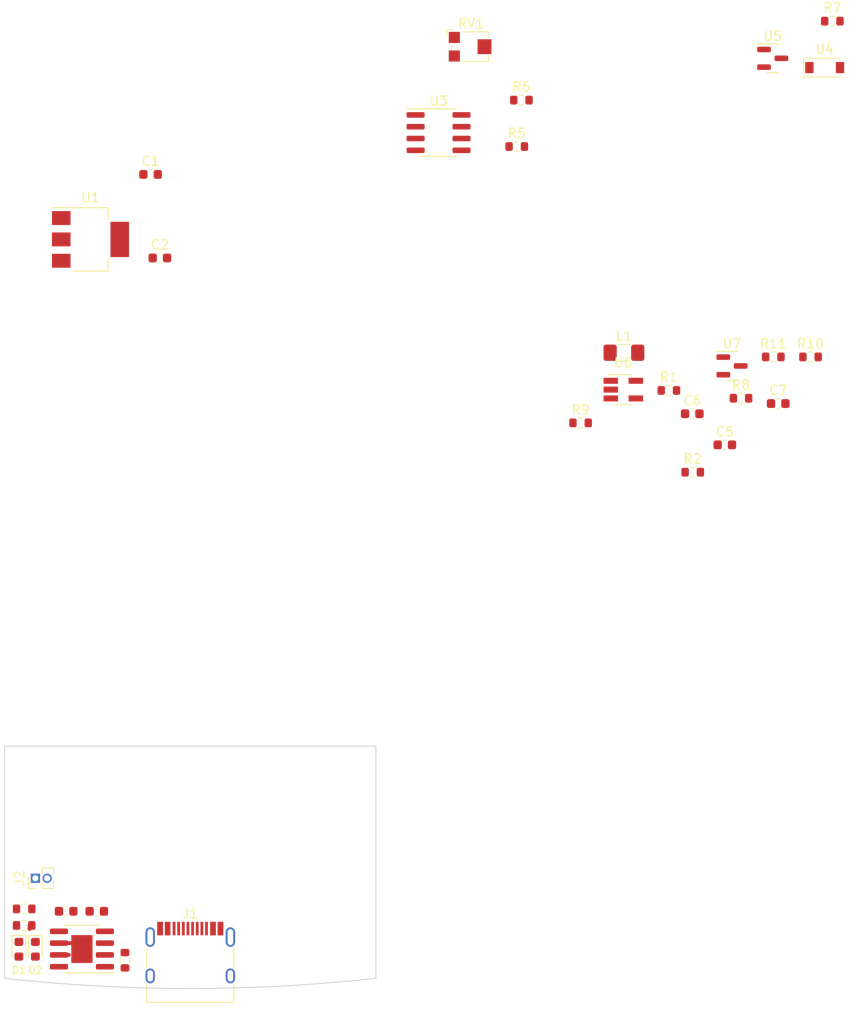
<source format=kicad_pcb>
(kicad_pcb (version 20211014) (generator pcbnew)
  (layers (0 "F.Cu" signal) (31 "B.Cu" signal) (34 "B.Paste" user) (35 "F.Paste" user) (36 "B.SilkS" user "B.Silkscreen") (37 "F.SilkS" user "F.Silkscreen") (38 "B.Mask" user) (39 "F.Mask" user) (44 "Edge.Cuts" user))
  (net 0 "")
  (net 1 "V_SW")
  (net 2 "GND")
  (net 3 "+1V5")
  (net 4 "VDD")
  (net 5 "+BATT")
  (net 6 "VOUT")
  (net 7 "Net-(C7-Pad2)")
  (net 8 "Net-(R3-Pad1)")
  (net 9 "Net-(R4-Pad1)")
  (net 10 "Net-(J1-PadA5)")
  (net 14 "Net-(J1-PadB5)")
  (net 18 "Net-(L1-Pad1)")
  (net 19 "Net-(U2-Pad6)")
  (net 20 "Net-(U2-Pad7)")
  (net 21 "Net-(R5-Pad2)")
  (net 22 "Net-(R6-Pad2)")
  (net 23 "LOW_BATT")
  (net 24 "Net-(R8-Pad2)")
  (net 25 "Net-(R9-Pad2)")
  (net 26 "Net-(RPROG1-Pad1)")
  (footprint "Connector_USB:USB_C_Receptacle_HRO_TYPE-C-31-M-12" (layer "F.Cu") (at 100 138.75)
    (fp_text reference "J1" (at 0 -5.645) (layer "F.SilkS"))
    (fp_text value "USB_C_Receptacle")
    (fp_line (start -4.7 -1.9) (end -4.7 0.1) (layer "F.SilkS") (width 0.12))
    (fp_line (start -4.7 2) (end -4.7 3.9) (layer "F.SilkS") (width 0.12))
    (fp_line (start 4.7 -1.9) (end 4.7 0.1) (layer "F.SilkS") (width 0.12))
    (fp_line (start 4.7 2) (end 4.7 3.9) (layer "F.SilkS") (width 0.12))
    (fp_line (start -4.7 3.9) (end 4.7 3.9) (layer "F.SilkS") (width 0.12))
    (pad "" np_thru_hole circle (at 2.89 -2.6) (size 0.65 0.65) (drill 0.65) (layers *.Cu *.Mask))
    (pad "" np_thru_hole circle (at -2.89 -2.6) (size 0.65 0.65) (drill 0.65) (layers *.Cu *.Mask))
    (pad "A1" smd rect (at -3.25 -4.045) (size 0.6 1.45) (layers "F.Cu" "F.Paste" "F.Mask") (net 2 "GND"))
    (pad "A4" smd rect (at -2.45 -4.045) (size 0.6 1.45) (layers "F.Cu" "F.Paste" "F.Mask") (net 4 "VDD"))
    (pad "A5" smd rect (at -1.25 -4.045) (size 0.3 1.45) (layers "F.Cu" "F.Paste" "F.Mask") (net 10 "Net-(J1-PadA5)"))
    (pad "A6" smd rect (at -0.25 -4.045) (size 0.3 1.45) (layers "F.Cu" "F.Paste" "F.Mask"))
    (pad "A7" smd rect (at 0.25 -4.045) (size 0.3 1.45) (layers "F.Cu" "F.Paste" "F.Mask"))
    (pad "A8" smd rect (at 1.25 -4.045) (size 0.3 1.45) (layers "F.Cu" "F.Paste" "F.Mask"))
    (pad "A9" smd rect (at 2.45 -4.045) (size 0.6 1.45) (layers "F.Cu" "F.Paste" "F.Mask") (net 4 "VDD"))
    (pad "A12" smd rect (at 3.25 -4.045) (size 0.6 1.45) (layers "F.Cu" "F.Paste" "F.Mask") (net 2 "GND"))
    (pad "B1" smd rect (at 3.25 -4.045) (size 0.6 1.45) (layers "F.Cu" "F.Paste" "F.Mask") (net 2 "GND"))
    (pad "B4" smd rect (at 2.45 -4.045) (size 0.6 1.45) (layers "F.Cu" "F.Paste" "F.Mask") (net 4 "VDD"))
    (pad "B5" smd rect (at 1.75 -4.045) (size 0.3 1.45) (layers "F.Cu" "F.Paste" "F.Mask") (net 14 "Net-(J1-PadB5)"))
    (pad "B6" smd rect (at 0.75 -4.045) (size 0.3 1.45) (layers "F.Cu" "F.Paste" "F.Mask"))
    (pad "B7" smd rect (at -0.75 -4.045) (size 0.3 1.45) (layers "F.Cu" "F.Paste" "F.Mask"))
    (pad "B8" smd rect (at -1.75 -4.045) (size 0.3 1.45) (layers "F.Cu" "F.Paste" "F.Mask"))
    (pad "B9" smd rect (at -2.45 -4.045) (size 0.6 1.45) (layers "F.Cu" "F.Paste" "F.Mask") (net 4 "VDD"))
    (pad "B12" smd rect (at -3.25 -4.045) (size 0.6 1.45) (layers "F.Cu" "F.Paste" "F.Mask") (net 2 "GND"))
    (pad "S1" thru_hole oval (at -4.32 1.05) (size 1 1.6) (drill oval 0.6 1.2) (layers *.Cu *.Mask) (net 2 "GND"))
    (pad "S1" thru_hole oval (at 4.32 1.05) (size 1 1.6) (drill oval 0.6 1.2) (layers *.Cu *.Mask) (net 2 "GND"))
    (pad "S1" thru_hole oval (at 4.32 -3.13) (size 1 2.1) (drill oval 0.6 1.7) (layers *.Cu *.Mask) (net 2 "GND"))
    (pad "S1" thru_hole oval (at -4.32 -3.13) (size 1 2.1) (drill oval 0.6 1.7) (layers *.Cu *.Mask) (net 2 "GND"))
  )
  (footprint "Resistor_SMD:R_0603_1608Metric" (layer "F.Cu") (at 135.675 45.5)
    (fp_text reference "R6" (at 0 -1.43) (layer "F.SilkS"))
    (fp_text value "6.2k")
    (fp_line (start -0.237258 -0.5225) (end 0.237258 -0.5225) (layer "F.SilkS") (width 0.12))
    (fp_line (start -0.237258 0.5225) (end 0.237258 0.5225) (layer "F.SilkS") (width 0.12))
    (pad "1" smd roundrect (at -0.825 0) (size 0.8 0.95) (layers "F.Cu" "F.Paste" "F.Mask") (net 21 "Net-(R5-Pad2)"))
    (pad "2" smd roundrect (at 0.825 0) (size 0.8 0.95) (layers "F.Cu" "F.Paste" "F.Mask") (net 22 "Net-(R6-Pad2)"))
  )
  (footprint "Resistor_SMD:R_0603_1608Metric" (layer "F.Cu") (at 92.964 138.113 90)
    (fp_text reference "RPROG1" hide)
    (fp_text value "1.5k" hide)
    (fp_line (start -0.237258 0.5225) (end 0.237258 0.5225) (layer "F.SilkS") (width 0.12))
    (fp_line (start -0.237258 -0.5225) (end 0.237258 -0.5225) (layer "F.SilkS") (width 0.12))
    (pad "1" smd roundrect (at -0.825 0 90) (size 0.8 0.95) (layers "F.Cu" "F.Paste" "F.Mask") (net 26 "Net-(RPROG1-Pad1)"))
    (pad "2" smd roundrect (at 0.825 0 90) (size 0.8 0.95) (layers "F.Cu" "F.Paste" "F.Mask") (net 2 "GND"))
  )
  (footprint "Capacitor_SMD:C_0603_1608Metric" (layer "F.Cu") (at 86.627 132.842)
    (fp_text reference "C4" hide)
    (fp_text value "10uF" hide)
    (fp_line (start -0.14058 0.51) (end 0.14058 0.51) (layer "F.SilkS") (width 0.12))
    (fp_line (start -0.14058 -0.51) (end 0.14058 -0.51) (layer "F.SilkS") (width 0.12))
    (pad "1" smd roundrect (at -0.775 0) (size 0.9 0.95) (layers "F.Cu" "F.Paste" "F.Mask") (net 5 "+BATT"))
    (pad "2" smd roundrect (at 0.775 0) (size 0.9 0.95) (layers "F.Cu" "F.Paste" "F.Mask") (net 2 "GND"))
  )
  (footprint "LED_SMD:LED_0603_1608Metric" (layer "F.Cu") (at 81.534 136.9315 -90)
    (fp_text reference "D1" (at 2.2605 0 180) (layer "F.SilkS") (effects (font (size 0.8 0.8))))
    (fp_text value "GREEN_LED" hide)
    (fp_line (start -1.485 -0.735) (end -1.485 0.735) (layer "F.SilkS") (width 0.12))
    (fp_line (start 0.8 -0.735) (end -1.485 -0.735) (layer "F.SilkS") (width 0.12))
    (fp_line (start -1.485 0.735) (end 0.8 0.735) (layer "F.SilkS") (width 0.12))
    (pad "1" smd roundrect (at -0.7875 0 270) (size 0.875 0.95) (layers "F.Cu" "F.Paste" "F.Mask") (net 8 "Net-(R3-Pad1)"))
    (pad "2" smd roundrect (at 0.7875 0 270) (size 0.875 0.95) (layers "F.Cu" "F.Paste" "F.Mask") (net 4 "VDD"))
  )
  (footprint "Package_TO_SOT_SMD:SOT-223-3_TabPin2" (layer "F.Cu") (at 89.25 60.5)
    (fp_text reference "U1" (at 0 -4.5) (layer "F.SilkS"))
    (fp_text value "AMS1117-1.5")
    (fp_line (start 1.91 3.41) (end 1.91 2.15) (layer "F.SilkS") (width 0.12))
    (fp_line (start -4.1 -3.41) (end 1.91 -3.41) (layer "F.SilkS") (width 0.12))
    (fp_line (start 1.91 -3.41) (end 1.91 -2.15) (layer "F.SilkS") (width 0.12))
    (fp_line (start -1.85 3.41) (end 1.91 3.41) (layer "F.SilkS") (width 0.12))
    (pad "1" smd rect (at -3.15 -2.3) (size 2 1.5) (layers "F.Cu" "F.Paste" "F.Mask") (net 2 "GND"))
    (pad "2" smd rect (at -3.15 0) (size 2 1.5) (layers "F.Cu" "F.Paste" "F.Mask") (net 3 "+1V5"))
    (pad "2" smd rect (at 3.15 0) (size 2 3.8) (layers "F.Cu" "F.Paste" "F.Mask") (net 3 "+1V5"))
    (pad "3" smd rect (at -3.15 2.3) (size 2 1.5) (layers "F.Cu" "F.Paste" "F.Mask") (net 1 "V_SW"))
  )
  (footprint "Diode_SMD:D_SOD-123" (layer "F.Cu") (at 168.35 42)
    (fp_text reference "U4" (at 0 -2) (layer "F.SilkS"))
    (fp_text value "B5819W SL")
    (fp_line (start -2.25 -1) (end -2.25 1) (layer "F.SilkS") (width 0.12))
    (fp_line (start -2.25 1) (end 1.65 1) (layer "F.SilkS") (width 0.12))
    (fp_line (start -2.25 -1) (end 1.65 -1) (layer "F.SilkS") (width 0.12))
    (pad "1" smd rect (at -1.65 0) (size 0.9 1.2) (layers "F.Cu" "F.Paste" "F.Mask") (net 4 "VDD"))
    (pad "2" smd rect (at 1.65 0) (size 0.9 1.2) (layers "F.Cu" "F.Paste" "F.Mask") (net 1 "V_SW"))
  )
  (footprint "Resistor_SMD:R_0603_1608Metric" (layer "F.Cu") (at 82.105 134.366)
    (fp_text reference "R4" hide)
    (fp_text value "1k" hide)
    (fp_line (start -0.237258 0.5225) (end 0.237258 0.5225) (layer "F.SilkS") (width 0.12))
    (fp_line (start -0.237258 -0.5225) (end 0.237258 -0.5225) (layer "F.SilkS") (width 0.12))
    (pad "1" smd roundrect (at -0.825 0) (size 0.8 0.95) (layers "F.Cu" "F.Paste" "F.Mask") (net 9 "Net-(R4-Pad1)"))
    (pad "2" smd roundrect (at 0.825 0) (size 0.8 0.95) (layers "F.Cu" "F.Paste" "F.Mask") (net 20 "Net-(U2-Pad7)"))
  )
  (footprint "Potentiometer_SMD:Potentiometer_Bourns_TC33X_Vertical" (layer "F.Cu") (at 130.25 39.75)
    (fp_text reference "RV1" (at 0 -2.5) (layer "F.SilkS"))
    (fp_text value "1k POT")
    (fp_line (start -2.6 -1.8) (end -2.6 -1.1) (layer "F.SilkS") (width 0.12))
    (fp_line (start -2.1 -0.2) (end -2.1 0.2) (layer "F.SilkS") (width 0.12))
    (fp_line (start -1 -1.6) (end 1.9 -1.6) (layer "F.SilkS") (width 0.12))
    (fp_line (start -1 1.6) (end 1.9 1.6) (layer "F.SilkS") (width 0.12))
    (fp_line (start 1.9 1.6) (end 1.9 1) (layer "F.SilkS") (width 0.12))
    (fp_line (start -1.9 -1.8) (end -2.6 -1.8) (layer "F.SilkS") (width 0.12))
    (fp_line (start 1.9 -1.6) (end 1.9 -1) (layer "F.SilkS") (width 0.12))
    (pad "1" smd rect (at -1.8 -1) (size 1.2 1.2) (layers "F.Cu" "F.Paste" "F.Mask") (net 22 "Net-(R6-Pad2)"))
    (pad "2" smd rect (at 1.45 0) (size 1.5 1.6) (layers "F.Cu" "F.Paste" "F.Mask") (net 2 "GND"))
    (pad "3" smd rect (at -1.8 1) (size 1.2 1.2) (layers "F.Cu" "F.Paste" "F.Mask"))
  )
  (footprint "Package_TO_SOT_SMD:SOT-23-5_HandSoldering" (layer "F.Cu") (at 146.6515 76.672)
    (fp_text reference "U6" (at 0 -2.9) (layer "F.SilkS"))
    (fp_text value "NCP1529")
    (fp_line (start 0.9 -1.61) (end -1.55 -1.61) (layer "F.SilkS") (width 0.12))
    (fp_line (start -0.9 1.61) (end 0.9 1.61) (layer "F.SilkS") (width 0.12))
    (pad "1" smd rect (at -1.35 -0.95) (size 1.56 0.65) (layers "F.Cu" "F.Paste" "F.Mask") (net 1 "V_SW"))
    (pad "2" smd rect (at -1.35 0) (size 1.56 0.65) (layers "F.Cu" "F.Paste" "F.Mask") (net 2 "GND"))
    (pad "3" smd rect (at -1.35 0.95) (size 1.56 0.65) (layers "F.Cu" "F.Paste" "F.Mask") (net 18 "Net-(L1-Pad1)"))
    (pad "4" smd rect (at 1.35 0.95) (size 1.56 0.65) (layers "F.Cu" "F.Paste" "F.Mask") (net 1 "V_SW"))
    (pad "5" smd rect (at 1.35 -0.95) (size 1.56 0.65) (layers "F.Cu" "F.Paste" "F.Mask") (net 7 "Net-(C7-Pad2)"))
  )
  (footprint "Capacitor_SMD:C_0603_1608Metric" (layer "F.Cu") (at 154.0815 79.272)
    (fp_text reference "C6" (at 0 -1.43) (layer "F.SilkS"))
    (fp_text value "10uF")
    (fp_line (start -0.14058 0.51) (end 0.14058 0.51) (layer "F.SilkS") (width 0.12))
    (fp_line (start -0.14058 -0.51) (end 0.14058 -0.51) (layer "F.SilkS") (width 0.12))
    (pad "1" smd roundrect (at -0.775 0) (size 0.9 0.95) (layers "F.Cu" "F.Paste" "F.Mask") (net 2 "GND"))
    (pad "2" smd roundrect (at 0.775 0) (size 0.9 0.95) (layers "F.Cu" "F.Paste" "F.Mask") (net 6 "VOUT"))
  )
  (footprint "LED_SMD:LED_0603_1608Metric" (layer "F.Cu") (at 83.312 136.9315 -90)
    (fp_text reference "D2" (at 2.2605 0 180) (layer "F.SilkS") (effects (font (size 0.8 0.8))))
    (fp_text value "RED_LED" hide)
    (fp_line (start -1.485 -0.735) (end -1.485 0.735) (layer "F.SilkS") (width 0.12))
    (fp_line (start -1.485 0.735) (end 0.8 0.735) (layer "F.SilkS") (width 0.12))
    (fp_line (start 0.8 -0.735) (end -1.485 -0.735) (layer "F.SilkS") (width 0.12))
    (pad "1" smd roundrect (at -0.7875 0 270) (size 0.875 0.95) (layers "F.Cu" "F.Paste" "F.Mask") (net 9 "Net-(R4-Pad1)"))
    (pad "2" smd roundrect (at 0.7875 0 270) (size 0.875 0.95) (layers "F.Cu" "F.Paste" "F.Mask") (net 4 "VDD"))
  )
  (footprint "Package_TO_SOT_SMD:SOT-23" (layer "F.Cu") (at 158.364 74.122)
    (fp_text reference "U7" (at 0 -2.4) (layer "F.SilkS"))
    (fp_text value "2N7002_")
    (fp_line (start 0 -1.56) (end 0.65 -1.56) (layer "F.SilkS") (width 0.12))
    (fp_line (start 0 1.56) (end -0.65 1.56) (layer "F.SilkS") (width 0.12))
    (fp_line (start 0 -1.56) (end -1.675 -1.56) (layer "F.SilkS") (width 0.12))
    (fp_line (start 0 1.56) (end 0.65 1.56) (layer "F.SilkS") (width 0.12))
    (pad "1" smd roundrect (at -0.9375 -0.95) (size 1.475 0.6) (layers "F.Cu" "F.Paste" "F.Mask") (net 24 "Net-(R8-Pad2)"))
    (pad "2" smd roundrect (at -0.9375 0.95) (size 1.475 0.6) (layers "F.Cu" "F.Paste" "F.Mask") (net 2 "GND"))
    (pad "3" smd roundrect (at 0.9375 0) (size 1.475 0.6) (layers "F.Cu" "F.Paste" "F.Mask") (net 25 "Net-(R9-Pad2)"))
  )
  (footprint "Capacitor_SMD:C_0603_1608Metric" (layer "F.Cu") (at 89.929 132.842 180)
    (fp_text reference "C3" hide)
    (fp_text value "10uF" hide)
    (fp_line (start -0.14058 -0.51) (end 0.14058 -0.51) (layer "F.SilkS") (width 0.12))
    (fp_line (start -0.14058 0.51) (end 0.14058 0.51) (layer "F.SilkS") (width 0.12))
    (pad "1" smd roundrect (at -0.775 0 180) (size 0.9 0.95) (layers "F.Cu" "F.Paste" "F.Mask") (net 4 "VDD"))
    (pad "2" smd roundrect (at 0.775 0 180) (size 0.9 0.95) (layers "F.Cu" "F.Paste" "F.Mask") (net 2 "GND"))
  )
  (footprint "Capacitor_SMD:C_0603_1608Metric" (layer "F.Cu") (at 157.594 82.622)
    (fp_text reference "C5" (at 0 -1.43) (layer "F.SilkS"))
    (fp_text value "4.7uF")
    (fp_line (start -0.14058 0.51) (end 0.14058 0.51) (layer "F.SilkS") (width 0.12))
    (fp_line (start -0.14058 -0.51) (end 0.14058 -0.51) (layer "F.SilkS") (width 0.12))
    (pad "1" smd roundrect (at -0.775 0) (size 0.9 0.95) (layers "F.Cu" "F.Paste" "F.Mask") (net 2 "GND"))
    (pad "2" smd roundrect (at 0.775 0) (size 0.9 0.95) (layers "F.Cu" "F.Paste" "F.Mask") (net 1 "V_SW"))
  )
  (footprint "Package_SO:SOIC-8-1EP_3.9x4.9mm_P1.27mm_EP2.29x3mm" (layer "F.Cu") (at 88.327 136.906 180)
    (fp_text reference "U2" hide)
    (fp_text value "TP4056-42-ESOP8" hide)
    (fp_line (start 0 -2.56) (end -3.45 -2.56) (layer "F.SilkS") (width 0.12))
    (fp_line (start 0 2.56) (end -1.95 2.56) (layer "F.SilkS") (width 0.12))
    (fp_line (start 0 2.56) (end 1.95 2.56) (layer "F.SilkS") (width 0.12))
    (fp_line (start 0 -2.56) (end 1.95 -2.56) (layer "F.SilkS") (width 0.12))
    (pad "1" smd roundrect (at -2.475 -1.905 180) (size 1.95 0.6) (layers "F.Cu" "F.Paste" "F.Mask"))
    (pad "2" smd roundrect (at -2.475 -0.635 180) (size 1.95 0.6) (layers "F.Cu" "F.Paste" "F.Mask") (net 26 "Net-(RPROG1-Pad1)"))
    (pad "3" smd roundrect (at -2.475 0.635 180) (size 1.95 0.6) (layers "F.Cu" "F.Paste" "F.Mask") (net 2 "GND"))
    (pad "4" smd roundrect (at -2.475 1.905 180) (size 1.95 0.6) (layers "F.Cu" "F.Paste" "F.Mask") (net 4 "VDD"))
    (pad "5" smd roundrect (at 2.475 1.905 180) (size 1.95 0.6) (layers "F.Cu" "F.Paste" "F.Mask") (net 5 "+BATT"))
    (pad "6" smd roundrect (at 2.475 0.635 180) (size 1.95 0.6) (layers "F.Cu" "F.Paste" "F.Mask") (net 19 "Net-(U2-Pad6)"))
    (pad "7" smd roundrect (at 2.475 -0.635 180) (size 1.95 0.6) (layers "F.Cu" "F.Paste" "F.Mask") (net 20 "Net-(U2-Pad7)"))
    (pad "8" smd roundrect (at 2.475 -1.905 180) (size 1.95 0.6) (layers "F.Cu" "F.Paste" "F.Mask") (net 4 "VDD"))
    (pad "9" smd rect (at 0 0 180) (size 2.29 3) (layers "F.Cu" "F.Mask"))
  )
  (footprint "Resistor_SMD:R_0603_1608Metric" (layer "F.Cu") (at 169.175 37)
    (fp_text reference "R7" (at 0 -1.43) (layer "F.SilkS"))
    (fp_text value "1M")
    (fp_line (start -0.237258 -0.5225) (end 0.237258 -0.5225) (layer "F.SilkS") (width 0.12))
    (fp_line (start -0.237258 0.5225) (end 0.237258 0.5225) (layer "F.SilkS") (width 0.12))
    (pad "1" smd roundrect (at -0.825 0) (size 0.8 0.95) (layers "F.Cu" "F.Paste" "F.Mask") (net 4 "VDD"))
    (pad "2" smd roundrect (at 0.825 0) (size 0.8 0.95) (layers "F.Cu" "F.Paste" "F.Mask") (net 2 "GND"))
  )
  (footprint "Resistor_SMD:R_0603_1608Metric" (layer "F.Cu") (at 82.105 132.588)
    (fp_text reference "R3" hide)
    (fp_text value "1k" hide)
    (fp_line (start -0.237258 0.5225) (end 0.237258 0.5225) (layer "F.SilkS") (width 0.12))
    (fp_line (start -0.237258 -0.5225) (end 0.237258 -0.5225) (layer "F.SilkS") (width 0.12))
    (pad "1" smd roundrect (at -0.825 0) (size 0.8 0.95) (layers "F.Cu" "F.Paste" "F.Mask") (net 8 "Net-(R3-Pad1)"))
    (pad "2" smd roundrect (at 0.825 0) (size 0.8 0.95) (layers "F.Cu" "F.Paste" "F.Mask") (net 19 "Net-(U2-Pad6)"))
  )
  (footprint "Connector_PinHeader_1.27mm:PinHeader_1x02_P1.27mm_Vertical" (layer "F.Cu") (at 83.312 129.286 90)
    (fp_text reference "J2" (at 0 -1.695 90) (layer "F.SilkS"))
    (fp_text value "BATT CONN" hide)
    (fp_line (start 1.11 0.76) (end 1.11 1.965) (layer "F.SilkS") (width 0.12))
    (fp_line (start 0.30753 1.965) (end 1.11 1.965) (layer "F.SilkS") (width 0.12))
    (fp_line (start 0.563471 0.76) (end 1.11 0.76) (layer "F.SilkS") (width 0.12))
    (fp_line (start -1.11 0.76) (end -1.11 1.965) (layer "F.SilkS") (width 0.12))
    (fp_line (start -1.11 0.76) (end -0.563471 0.76) (layer "F.SilkS") (width 0.12))
    (fp_line (start -1.11 1.965) (end -0.30753 1.965) (layer "F.SilkS") (width 0.12))
    (fp_line (start -1.11 -0.76) (end 0 -0.76) (layer "F.SilkS") (width 0.12))
    (fp_line (start -1.11 0) (end -1.11 -0.76) (layer "F.SilkS") (width 0.12))
    (pad "1" thru_hole rect (at 0 0 90) (size 1 1) (drill 0.65) (layers *.Cu *.Mask) (net 5 "+BATT"))
    (pad "2" thru_hole oval (at 0 1.27 90) (size 1 1) (drill 0.65) (layers *.Cu *.Mask) (net 2 "GND"))
  )
  (footprint "Resistor_SMD:R_0603_1608Metric" (layer "F.Cu") (at 166.824 73.152)
    (fp_text reference "R10" (at 0 -1.43) (layer "F.SilkS"))
    (fp_text value "1M")
    (fp_line (start -0.237258 0.5225) (end 0.237258 0.5225) (layer "F.SilkS") (width 0.12))
    (fp_line (start -0.237258 -0.5225) (end 0.237258 -0.5225) (layer "F.SilkS") (width 0.12))
    (pad "1" smd roundrect (at -0.825 0) (size 0.8 0.95) (layers "F.Cu" "F.Paste" "F.Mask") (net 6 "VOUT"))
    (pad "2" smd roundrect (at 0.825 0) (size 0.8 0.95) (layers "F.Cu" "F.Paste" "F.Mask") (net 7 "Net-(C7-Pad2)"))
  )
  (footprint "Resistor_SMD:R_0603_1608Metric" (layer "F.Cu") (at 151.5615 76.762)
    (fp_text reference "R1" (at 0 -1.43) (layer "F.SilkS"))
    (fp_text value "5.1k")
    (fp_line (start -0.237258 0.5225) (end 0.237258 0.5225) (layer "F.SilkS") (width 0.12))
    (fp_line (start -0.237258 -0.5225) (end 0.237258 -0.5225) (layer "F.SilkS") (width 0.12))
    (pad "1" smd roundrect (at -0.825 0) (size 0.8 0.95) (layers "F.Cu" "F.Paste" "F.Mask") (net 14 "Net-(J1-PadB5)"))
    (pad "2" smd roundrect (at 0.825 0) (size 0.8 0.95) (layers "F.Cu" "F.Paste" "F.Mask") (net 2 "GND"))
  )
  (footprint "Resistor_SMD:R_0603_1608Metric" (layer "F.Cu") (at 154.134 85.562)
    (fp_text reference "R2" (at 0 -1.43) (layer "F.SilkS"))
    (fp_text value "5.1k")
    (fp_line (start -0.237258 -0.5225) (end 0.237258 -0.5225) (layer "F.SilkS") (width 0.12))
    (fp_line (start -0.237258 0.5225) (end 0.237258 0.5225) (layer "F.SilkS") (width 0.12))
    (pad "1" smd roundrect (at -0.825 0) (size 0.8 0.95) (layers "F.Cu" "F.Paste" "F.Mask") (net 10 "Net-(J1-PadA5)"))
    (pad "2" smd roundrect (at 0.825 0) (size 0.8 0.95) (layers "F.Cu" "F.Paste" "F.Mask") (net 2 "GND"))
  )
  (footprint "Resistor_SMD:R_0603_1608Metric" (layer "F.Cu") (at 135.175 50.5)
    (fp_text reference "R5" (at 0 -1.43) (layer "F.SilkS"))
    (fp_text value "10k")
    (fp_line (start -0.237258 0.5225) (end 0.237258 0.5225) (layer "F.SilkS") (width 0.12))
    (fp_line (start -0.237258 -0.5225) (end 0.237258 -0.5225) (layer "F.SilkS") (width 0.12))
    (pad "1" smd roundrect (at -0.825 0) (size 0.8 0.95) (layers "F.Cu" "F.Paste" "F.Mask") (net 5 "+BATT"))
    (pad "2" smd roundrect (at 0.825 0) (size 0.8 0.95) (layers "F.Cu" "F.Paste" "F.Mask") (net 21 "Net-(R5-Pad2)"))
  )
  (footprint "Resistor_SMD:R_0603_1608Metric" (layer "F.Cu") (at 162.814 73.152)
    (fp_text reference "R11" (at 0 -1.43) (layer "F.SilkS"))
    (fp_text value "300k")
    (fp_line (start -0.237258 -0.5225) (end 0.237258 -0.5225) (layer "F.SilkS") (width 0.12))
    (fp_line (start -0.237258 0.5225) (end 0.237258 0.5225) (layer "F.SilkS") (width 0.12))
    (pad "1" smd roundrect (at -0.825 0) (size 0.8 0.95) (layers "F.Cu" "F.Paste" "F.Mask") (net 7 "Net-(C7-Pad2)"))
    (pad "2" smd roundrect (at 0.825 0) (size 0.8 0.95) (layers "F.Cu" "F.Paste" "F.Mask") (net 2 "GND"))
  )
  (footprint "Inductor_SMD:L_1206_3216Metric_Pad1.42x1.75mm_HandSolder" (layer "F.Cu") (at 146.7215 72.702)
    (fp_text reference "L1" (at 0 -1.82) (layer "F.SilkS"))
    (fp_text value "2.2uH")
    (fp_line (start -0.602064 0.91) (end 0.602064 0.91) (layer "F.SilkS") (width 0.12))
    (fp_line (start -0.602064 -0.91) (end 0.602064 -0.91) (layer "F.SilkS") (width 0.12))
    (pad "1" smd roundrect (at -1.4875 0) (size 1.425 1.75) (layers "F.Cu" "F.Paste" "F.Mask") (roundrect_rratio 0.175439) (net 18 "Net-(L1-Pad1)"))
    (pad "2" smd roundrect (at 1.4875 0) (size 1.425 1.75) (layers "F.Cu" "F.Paste" "F.Mask") (roundrect_rratio 0.175439) (net 6 "VOUT"))
  )
  (footprint "Capacitor_SMD:C_0603_1608Metric" (layer "F.Cu") (at 95.725 53.5)
    (fp_text reference "C1" (at 0 -1.43) (layer "F.SilkS"))
    (fp_text value "10uF")
    (fp_line (start -0.14058 0.51) (end 0.14058 0.51) (layer "F.SilkS") (width 0.12))
    (fp_line (start -0.14058 -0.51) (end 0.14058 -0.51) (layer "F.SilkS") (width 0.12))
    (pad "1" smd roundrect (at -0.775 0) (size 0.9 0.95) (layers "F.Cu" "F.Paste" "F.Mask") (net 1 "V_SW"))
    (pad "2" smd roundrect (at 0.775 0) (size 0.9 0.95) (layers "F.Cu" "F.Paste" "F.Mask") (net 2 "GND"))
  )
  (footprint "Package_TO_SOT_SMD:SOT-23" (layer "F.Cu") (at 162.75 41)
    (fp_text reference "U5" (at 0 -2.4) (layer "F.SilkS"))
    (fp_text value "WTM3401")
    (fp_line (start 0 -1.56) (end -1.675 -1.56) (layer "F.SilkS") (width 0.12))
    (fp_line (start 0 -1.56) (end 0.65 -1.56) (layer "F.SilkS") (width 0.12))
    (fp_line (start 0 1.56) (end -0.65 1.56) (layer "F.SilkS") (width 0.12))
    (fp_line (start 0 1.56) (end 0.65 1.56) (layer "F.SilkS") (width 0.12))
    (pad "1" smd roundrect (at -0.9375 -0.95) (size 1.475 0.6) (layers "F.Cu" "F.Paste" "F.Mask") (net 4 "VDD"))
    (pad "2" smd roundrect (at -0.9375 0.95) (size 1.475 0.6) (layers "F.Cu" "F.Paste" "F.Mask") (net 1 "V_SW"))
    (pad "3" smd roundrect (at 0.9375 0) (size 1.475 0.6) (layers "F.Cu" "F.Paste" "F.Mask") (net 5 "+BATT"))
  )
  (footprint "Capacitor_SMD:C_0603_1608Metric" (layer "F.Cu") (at 96.725 62.5)
    (fp_text reference "C2" (at 0 -1.43) (layer "F.SilkS"))
    (fp_text value "22uF")
    (fp_line (start -0.14058 -0.51) (end 0.14058 -0.51) (layer "F.SilkS") (width 0.12))
    (fp_line (start -0.14058 0.51) (end 0.14058 0.51) (layer "F.SilkS") (width 0.12))
    (pad "1" smd roundrect (at -0.775 0) (size 0.9 0.95) (layers "F.Cu" "F.Paste" "F.Mask") (net 3 "+1V5"))
    (pad "2" smd roundrect (at 0.775 0) (size 0.9 0.95) (layers "F.Cu" "F.Paste" "F.Mask") (net 2 "GND"))
  )
  (footprint "Capacitor_SMD:C_0603_1608Metric" (layer "F.Cu") (at 163.344 78.172)
    (fp_text reference "C7" (at 0 -1.43) (layer "F.SilkS"))
    (fp_text value "150pF")
    (fp_line (start -0.14058 0.51) (end 0.14058 0.51) (layer "F.SilkS") (width 0.12))
    (fp_line (start -0.14058 -0.51) (end 0.14058 -0.51) (layer "F.SilkS") (width 0.12))
    (pad "1" smd roundrect (at -0.775 0) (size 0.9 0.95) (layers "F.Cu" "F.Paste" "F.Mask") (net 6 "VOUT"))
    (pad "2" smd roundrect (at 0.775 0) (size 0.9 0.95) (layers "F.Cu" "F.Paste" "F.Mask") (net 7 "Net-(C7-Pad2)"))
  )
  (footprint "Resistor_SMD:R_0603_1608Metric" (layer "F.Cu") (at 142.0515 80.252)
    (fp_text reference "R9" (at 0 -1.43) (layer "F.SilkS"))
    (fp_text value "1.5M")
    (fp_line (start -0.237258 0.5225) (end 0.237258 0.5225) (layer "F.SilkS") (width 0.12))
    (fp_line (start -0.237258 -0.5225) (end 0.237258 -0.5225) (layer "F.SilkS") (width 0.12))
    (pad "1" smd roundrect (at -0.825 0) (size 0.8 0.95) (layers "F.Cu" "F.Paste" "F.Mask") (net 7 "Net-(C7-Pad2)"))
    (pad "2" smd roundrect (at 0.825 0) (size 0.8 0.95) (layers "F.Cu" "F.Paste" "F.Mask") (net 25 "Net-(R9-Pad2)"))
  )
  (footprint "Resistor_SMD:R_0603_1608Metric" (layer "F.Cu") (at 159.334 77.602)
    (fp_text reference "R8" (at 0 -1.43) (layer "F.SilkS"))
    (fp_text value "0R")
    (fp_line (start -0.237258 0.5225) (end 0.237258 0.5225) (layer "F.SilkS") (width 0.12))
    (fp_line (start -0.237258 -0.5225) (end 0.237258 -0.5225) (layer "F.SilkS") (width 0.12))
    (pad "1" smd roundrect (at -0.825 0) (size 0.8 0.95) (layers "F.Cu" "F.Paste" "F.Mask") (net 23 "LOW_BATT"))
    (pad "2" smd roundrect (at 0.825 0) (size 0.8 0.95) (layers "F.Cu" "F.Paste" "F.Mask") (net 24 "Net-(R8-Pad2)"))
  )
  (footprint "Package_SO:SOIC-8_3.9x4.9mm_P1.27mm" (layer "F.Cu") (at 126.75 49)
    (fp_text reference "U3" (at 0 -3.4) (layer "F.SilkS"))
    (fp_text value "LM393")
    (fp_line (start 0 2.56) (end -1.95 2.56) (layer "F.SilkS") (width 0.12))
    (fp_line (start 0 2.56) (end 1.95 2.56) (layer "F.SilkS") (width 0.12))
    (fp_line (start 0 -2.56) (end -3.45 -2.56) (layer "F.SilkS") (width 0.12))
    (fp_line (start 0 -2.56) (end 1.95 -2.56) (layer "F.SilkS") (width 0.12))
    (pad "1" smd roundrect (at -2.475 -1.905) (size 1.95 0.6) (layers "F.Cu" "F.Paste" "F.Mask") (net 23 "LOW_BATT"))
    (pad "2" smd roundrect (at -2.475 -0.635) (size 1.95 0.6) (layers "F.Cu" "F.Paste" "F.Mask") (net 3 "+1V5"))
    (pad "3" smd roundrect (at -2.475 0.635) (size 1.95 0.6) (layers "F.Cu" "F.Paste" "F.Mask") (net 21 "Net-(R5-Pad2)"))
    (pad "4" smd roundrect (at -2.475 1.905) (size 1.95 0.6) (layers "F.Cu" "F.Paste" "F.Mask") (net 2 "GND"))
    (pad "5" smd roundrect (at 2.475 1.905) (size 1.95 0.6) (layers "F.Cu" "F.Paste" "F.Mask"))
    (pad "6" smd roundrect (at 2.475 0.635) (size 1.95 0.6) (layers "F.Cu" "F.Paste" "F.Mask"))
    (pad "7" smd roundrect (at 2.475 -0.635) (size 1.95 0.6) (layers "F.Cu" "F.Paste" "F.Mask"))
    (pad "8" smd roundrect (at 2.475 -1.905) (size 1.95 0.6) (layers "F.Cu" "F.Paste" "F.Mask") (net 1 "V_SW"))
  )
  (gr_arc (start 120 140.06) (mid 100 141.155603) (end 80 140.06) (layer "Edge.Cuts") (width 0.1))
  (gr_line (start 120 140.06) (end 120 115.06) (layer "Edge.Cuts") (width 0.1))
  (gr_line (start 120 115.06) (end 80 115.06) (layer "Edge.Cuts") (width 0.1))
  (gr_line (start 80 115.06) (end 80 140.06) (layer "Edge.Cuts") (width 0.1))
  (segment (start 87.187 136.271) (end 86.487 136.271) (width 0.4) (layer "F.Cu") (net 19))
  (segment (start 86.933 137.541) (end 86.233 137.541) (width 0.4) (layer "F.Cu") (net 20))
  (segment (start 82.678 134.366) (end 82.678 134.748) (width 0.4) (layer "F.Cu") (net 20))
)
</source>
